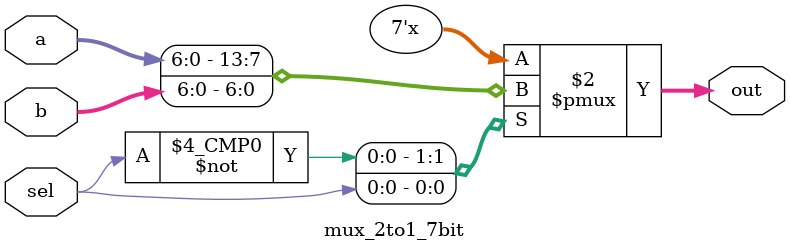
<source format=v>
`timescale 1ns / 1ps


module mux_2to1_7bit(
    input [6:0] a,
    input [6:0] b,
    input sel,
    output reg [6:0] out
    );

always@(*)begin
    case(sel)
        0: out = a;
        1: out = b;
        default: out = 7'b000_0000;
    endcase
end
endmodule

</source>
